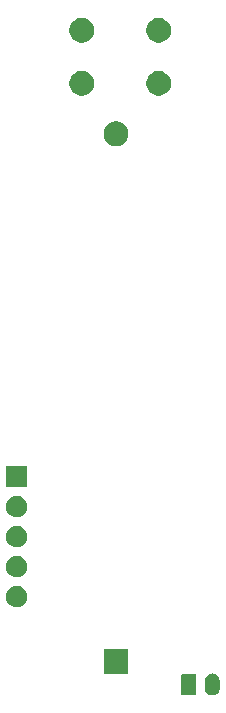
<source format=gbr>
G04 #@! TF.GenerationSoftware,KiCad,Pcbnew,(5.1.5)-1*
G04 #@! TF.CreationDate,2021-02-19T11:30:45+01:00*
G04 #@! TF.ProjectId,button - AAA,62757474-6f6e-4202-9d20-4141412e6b69,rev?*
G04 #@! TF.SameCoordinates,Original*
G04 #@! TF.FileFunction,Soldermask,Bot*
G04 #@! TF.FilePolarity,Negative*
%FSLAX46Y46*%
G04 Gerber Fmt 4.6, Leading zero omitted, Abs format (unit mm)*
G04 Created by KiCad (PCBNEW (5.1.5)-1) date 2021-02-19 11:30:45*
%MOMM*%
%LPD*%
G04 APERTURE LIST*
%ADD10C,0.100000*%
G04 APERTURE END LIST*
D10*
G36*
X135057617Y-109573420D02*
G01*
X135138399Y-109597925D01*
X135180335Y-109610646D01*
X135293424Y-109671094D01*
X135392554Y-109752447D01*
X135473906Y-109851575D01*
X135534354Y-109964664D01*
X135544040Y-109996596D01*
X135571580Y-110087382D01*
X135581000Y-110183027D01*
X135581000Y-110796973D01*
X135571580Y-110892618D01*
X135544040Y-110983404D01*
X135534354Y-111015336D01*
X135473906Y-111128425D01*
X135392554Y-111227554D01*
X135293425Y-111308906D01*
X135180336Y-111369354D01*
X135148404Y-111379040D01*
X135057618Y-111406580D01*
X134930000Y-111419149D01*
X134802383Y-111406580D01*
X134711597Y-111379040D01*
X134679665Y-111369354D01*
X134566576Y-111308906D01*
X134467447Y-111227554D01*
X134386096Y-111128427D01*
X134386095Y-111128425D01*
X134325647Y-111015336D01*
X134325645Y-111015333D01*
X134313237Y-110974427D01*
X134288420Y-110892618D01*
X134279000Y-110796973D01*
X134279000Y-110183028D01*
X134288420Y-110087383D01*
X134325645Y-109964669D01*
X134325646Y-109964665D01*
X134386094Y-109851576D01*
X134467447Y-109752446D01*
X134566575Y-109671094D01*
X134679664Y-109610646D01*
X134721600Y-109597925D01*
X134802382Y-109573420D01*
X134930000Y-109560851D01*
X135057617Y-109573420D01*
G37*
G36*
X133421242Y-109568404D02*
G01*
X133458337Y-109579657D01*
X133492515Y-109597925D01*
X133522481Y-109622519D01*
X133547075Y-109652485D01*
X133565343Y-109686663D01*
X133576596Y-109723758D01*
X133581000Y-109768474D01*
X133581000Y-111211526D01*
X133576596Y-111256242D01*
X133565343Y-111293337D01*
X133547075Y-111327515D01*
X133522481Y-111357481D01*
X133492515Y-111382075D01*
X133458337Y-111400343D01*
X133421242Y-111411596D01*
X133376526Y-111416000D01*
X132483474Y-111416000D01*
X132438758Y-111411596D01*
X132401663Y-111400343D01*
X132367485Y-111382075D01*
X132337519Y-111357481D01*
X132312925Y-111327515D01*
X132294657Y-111293337D01*
X132283404Y-111256242D01*
X132279000Y-111211526D01*
X132279000Y-109768474D01*
X132283404Y-109723758D01*
X132294657Y-109686663D01*
X132312925Y-109652485D01*
X132337519Y-109622519D01*
X132367485Y-109597925D01*
X132401663Y-109579657D01*
X132438758Y-109568404D01*
X132483474Y-109564000D01*
X133376526Y-109564000D01*
X133421242Y-109568404D01*
G37*
G36*
X127841000Y-109621000D02*
G01*
X125739000Y-109621000D01*
X125739000Y-107519000D01*
X127841000Y-107519000D01*
X127841000Y-109621000D01*
G37*
G36*
X118483512Y-102163927D02*
G01*
X118632812Y-102193624D01*
X118796784Y-102261544D01*
X118944354Y-102360147D01*
X119069853Y-102485646D01*
X119168456Y-102633216D01*
X119236376Y-102797188D01*
X119271000Y-102971259D01*
X119271000Y-103148741D01*
X119236376Y-103322812D01*
X119168456Y-103486784D01*
X119069853Y-103634354D01*
X118944354Y-103759853D01*
X118796784Y-103858456D01*
X118632812Y-103926376D01*
X118483512Y-103956073D01*
X118458742Y-103961000D01*
X118281258Y-103961000D01*
X118256488Y-103956073D01*
X118107188Y-103926376D01*
X117943216Y-103858456D01*
X117795646Y-103759853D01*
X117670147Y-103634354D01*
X117571544Y-103486784D01*
X117503624Y-103322812D01*
X117469000Y-103148741D01*
X117469000Y-102971259D01*
X117503624Y-102797188D01*
X117571544Y-102633216D01*
X117670147Y-102485646D01*
X117795646Y-102360147D01*
X117943216Y-102261544D01*
X118107188Y-102193624D01*
X118256488Y-102163927D01*
X118281258Y-102159000D01*
X118458742Y-102159000D01*
X118483512Y-102163927D01*
G37*
G36*
X118483512Y-99623927D02*
G01*
X118632812Y-99653624D01*
X118796784Y-99721544D01*
X118944354Y-99820147D01*
X119069853Y-99945646D01*
X119168456Y-100093216D01*
X119236376Y-100257188D01*
X119271000Y-100431259D01*
X119271000Y-100608741D01*
X119236376Y-100782812D01*
X119168456Y-100946784D01*
X119069853Y-101094354D01*
X118944354Y-101219853D01*
X118796784Y-101318456D01*
X118632812Y-101386376D01*
X118483512Y-101416073D01*
X118458742Y-101421000D01*
X118281258Y-101421000D01*
X118256488Y-101416073D01*
X118107188Y-101386376D01*
X117943216Y-101318456D01*
X117795646Y-101219853D01*
X117670147Y-101094354D01*
X117571544Y-100946784D01*
X117503624Y-100782812D01*
X117469000Y-100608741D01*
X117469000Y-100431259D01*
X117503624Y-100257188D01*
X117571544Y-100093216D01*
X117670147Y-99945646D01*
X117795646Y-99820147D01*
X117943216Y-99721544D01*
X118107188Y-99653624D01*
X118256488Y-99623927D01*
X118281258Y-99619000D01*
X118458742Y-99619000D01*
X118483512Y-99623927D01*
G37*
G36*
X118483512Y-97083927D02*
G01*
X118632812Y-97113624D01*
X118796784Y-97181544D01*
X118944354Y-97280147D01*
X119069853Y-97405646D01*
X119168456Y-97553216D01*
X119236376Y-97717188D01*
X119271000Y-97891259D01*
X119271000Y-98068741D01*
X119236376Y-98242812D01*
X119168456Y-98406784D01*
X119069853Y-98554354D01*
X118944354Y-98679853D01*
X118796784Y-98778456D01*
X118632812Y-98846376D01*
X118483512Y-98876073D01*
X118458742Y-98881000D01*
X118281258Y-98881000D01*
X118256488Y-98876073D01*
X118107188Y-98846376D01*
X117943216Y-98778456D01*
X117795646Y-98679853D01*
X117670147Y-98554354D01*
X117571544Y-98406784D01*
X117503624Y-98242812D01*
X117469000Y-98068741D01*
X117469000Y-97891259D01*
X117503624Y-97717188D01*
X117571544Y-97553216D01*
X117670147Y-97405646D01*
X117795646Y-97280147D01*
X117943216Y-97181544D01*
X118107188Y-97113624D01*
X118256488Y-97083927D01*
X118281258Y-97079000D01*
X118458742Y-97079000D01*
X118483512Y-97083927D01*
G37*
G36*
X118483512Y-94543927D02*
G01*
X118632812Y-94573624D01*
X118796784Y-94641544D01*
X118944354Y-94740147D01*
X119069853Y-94865646D01*
X119168456Y-95013216D01*
X119236376Y-95177188D01*
X119271000Y-95351259D01*
X119271000Y-95528741D01*
X119236376Y-95702812D01*
X119168456Y-95866784D01*
X119069853Y-96014354D01*
X118944354Y-96139853D01*
X118796784Y-96238456D01*
X118632812Y-96306376D01*
X118483512Y-96336073D01*
X118458742Y-96341000D01*
X118281258Y-96341000D01*
X118256488Y-96336073D01*
X118107188Y-96306376D01*
X117943216Y-96238456D01*
X117795646Y-96139853D01*
X117670147Y-96014354D01*
X117571544Y-95866784D01*
X117503624Y-95702812D01*
X117469000Y-95528741D01*
X117469000Y-95351259D01*
X117503624Y-95177188D01*
X117571544Y-95013216D01*
X117670147Y-94865646D01*
X117795646Y-94740147D01*
X117943216Y-94641544D01*
X118107188Y-94573624D01*
X118256488Y-94543927D01*
X118281258Y-94539000D01*
X118458742Y-94539000D01*
X118483512Y-94543927D01*
G37*
G36*
X119271000Y-93801000D02*
G01*
X117469000Y-93801000D01*
X117469000Y-91999000D01*
X119271000Y-91999000D01*
X119271000Y-93801000D01*
G37*
G36*
X127096564Y-62859389D02*
G01*
X127287833Y-62938615D01*
X127287835Y-62938616D01*
X127459973Y-63053635D01*
X127606365Y-63200027D01*
X127721385Y-63372167D01*
X127800611Y-63563436D01*
X127841000Y-63766484D01*
X127841000Y-63973516D01*
X127800611Y-64176564D01*
X127721385Y-64367833D01*
X127721384Y-64367835D01*
X127606365Y-64539973D01*
X127459973Y-64686365D01*
X127287835Y-64801384D01*
X127287834Y-64801385D01*
X127287833Y-64801385D01*
X127096564Y-64880611D01*
X126893516Y-64921000D01*
X126686484Y-64921000D01*
X126483436Y-64880611D01*
X126292167Y-64801385D01*
X126292166Y-64801385D01*
X126292165Y-64801384D01*
X126120027Y-64686365D01*
X125973635Y-64539973D01*
X125858616Y-64367835D01*
X125858615Y-64367833D01*
X125779389Y-64176564D01*
X125739000Y-63973516D01*
X125739000Y-63766484D01*
X125779389Y-63563436D01*
X125858615Y-63372167D01*
X125973635Y-63200027D01*
X126120027Y-63053635D01*
X126292165Y-62938616D01*
X126292167Y-62938615D01*
X126483436Y-62859389D01*
X126686484Y-62819000D01*
X126893516Y-62819000D01*
X127096564Y-62859389D01*
G37*
G36*
X124196564Y-58589389D02*
G01*
X124387833Y-58668615D01*
X124387835Y-58668616D01*
X124559973Y-58783635D01*
X124706365Y-58930027D01*
X124821385Y-59102167D01*
X124900611Y-59293436D01*
X124941000Y-59496484D01*
X124941000Y-59703516D01*
X124900611Y-59906564D01*
X124821385Y-60097833D01*
X124821384Y-60097835D01*
X124706365Y-60269973D01*
X124559973Y-60416365D01*
X124387835Y-60531384D01*
X124387834Y-60531385D01*
X124387833Y-60531385D01*
X124196564Y-60610611D01*
X123993516Y-60651000D01*
X123786484Y-60651000D01*
X123583436Y-60610611D01*
X123392167Y-60531385D01*
X123392166Y-60531385D01*
X123392165Y-60531384D01*
X123220027Y-60416365D01*
X123073635Y-60269973D01*
X122958616Y-60097835D01*
X122958615Y-60097833D01*
X122879389Y-59906564D01*
X122839000Y-59703516D01*
X122839000Y-59496484D01*
X122879389Y-59293436D01*
X122958615Y-59102167D01*
X123073635Y-58930027D01*
X123220027Y-58783635D01*
X123392165Y-58668616D01*
X123392167Y-58668615D01*
X123583436Y-58589389D01*
X123786484Y-58549000D01*
X123993516Y-58549000D01*
X124196564Y-58589389D01*
G37*
G36*
X130696564Y-58589389D02*
G01*
X130887833Y-58668615D01*
X130887835Y-58668616D01*
X131059973Y-58783635D01*
X131206365Y-58930027D01*
X131321385Y-59102167D01*
X131400611Y-59293436D01*
X131441000Y-59496484D01*
X131441000Y-59703516D01*
X131400611Y-59906564D01*
X131321385Y-60097833D01*
X131321384Y-60097835D01*
X131206365Y-60269973D01*
X131059973Y-60416365D01*
X130887835Y-60531384D01*
X130887834Y-60531385D01*
X130887833Y-60531385D01*
X130696564Y-60610611D01*
X130493516Y-60651000D01*
X130286484Y-60651000D01*
X130083436Y-60610611D01*
X129892167Y-60531385D01*
X129892166Y-60531385D01*
X129892165Y-60531384D01*
X129720027Y-60416365D01*
X129573635Y-60269973D01*
X129458616Y-60097835D01*
X129458615Y-60097833D01*
X129379389Y-59906564D01*
X129339000Y-59703516D01*
X129339000Y-59496484D01*
X129379389Y-59293436D01*
X129458615Y-59102167D01*
X129573635Y-58930027D01*
X129720027Y-58783635D01*
X129892165Y-58668616D01*
X129892167Y-58668615D01*
X130083436Y-58589389D01*
X130286484Y-58549000D01*
X130493516Y-58549000D01*
X130696564Y-58589389D01*
G37*
G36*
X124196564Y-54089389D02*
G01*
X124387833Y-54168615D01*
X124387835Y-54168616D01*
X124559973Y-54283635D01*
X124706365Y-54430027D01*
X124821385Y-54602167D01*
X124900611Y-54793436D01*
X124941000Y-54996484D01*
X124941000Y-55203516D01*
X124900611Y-55406564D01*
X124821385Y-55597833D01*
X124821384Y-55597835D01*
X124706365Y-55769973D01*
X124559973Y-55916365D01*
X124387835Y-56031384D01*
X124387834Y-56031385D01*
X124387833Y-56031385D01*
X124196564Y-56110611D01*
X123993516Y-56151000D01*
X123786484Y-56151000D01*
X123583436Y-56110611D01*
X123392167Y-56031385D01*
X123392166Y-56031385D01*
X123392165Y-56031384D01*
X123220027Y-55916365D01*
X123073635Y-55769973D01*
X122958616Y-55597835D01*
X122958615Y-55597833D01*
X122879389Y-55406564D01*
X122839000Y-55203516D01*
X122839000Y-54996484D01*
X122879389Y-54793436D01*
X122958615Y-54602167D01*
X123073635Y-54430027D01*
X123220027Y-54283635D01*
X123392165Y-54168616D01*
X123392167Y-54168615D01*
X123583436Y-54089389D01*
X123786484Y-54049000D01*
X123993516Y-54049000D01*
X124196564Y-54089389D01*
G37*
G36*
X130696564Y-54089389D02*
G01*
X130887833Y-54168615D01*
X130887835Y-54168616D01*
X131059973Y-54283635D01*
X131206365Y-54430027D01*
X131321385Y-54602167D01*
X131400611Y-54793436D01*
X131441000Y-54996484D01*
X131441000Y-55203516D01*
X131400611Y-55406564D01*
X131321385Y-55597833D01*
X131321384Y-55597835D01*
X131206365Y-55769973D01*
X131059973Y-55916365D01*
X130887835Y-56031384D01*
X130887834Y-56031385D01*
X130887833Y-56031385D01*
X130696564Y-56110611D01*
X130493516Y-56151000D01*
X130286484Y-56151000D01*
X130083436Y-56110611D01*
X129892167Y-56031385D01*
X129892166Y-56031385D01*
X129892165Y-56031384D01*
X129720027Y-55916365D01*
X129573635Y-55769973D01*
X129458616Y-55597835D01*
X129458615Y-55597833D01*
X129379389Y-55406564D01*
X129339000Y-55203516D01*
X129339000Y-54996484D01*
X129379389Y-54793436D01*
X129458615Y-54602167D01*
X129573635Y-54430027D01*
X129720027Y-54283635D01*
X129892165Y-54168616D01*
X129892167Y-54168615D01*
X130083436Y-54089389D01*
X130286484Y-54049000D01*
X130493516Y-54049000D01*
X130696564Y-54089389D01*
G37*
M02*

</source>
